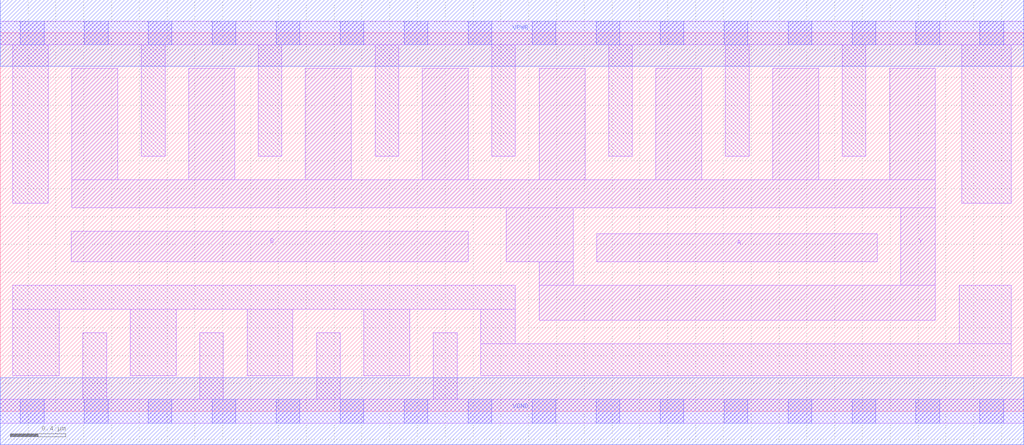
<source format=lef>
# Copyright 2020 The SkyWater PDK Authors
#
# Licensed under the Apache License, Version 2.0 (the "License");
# you may not use this file except in compliance with the License.
# You may obtain a copy of the License at
#
#     https://www.apache.org/licenses/LICENSE-2.0
#
# Unless required by applicable law or agreed to in writing, software
# distributed under the License is distributed on an "AS IS" BASIS,
# WITHOUT WARRANTIES OR CONDITIONS OF ANY KIND, either express or implied.
# See the License for the specific language governing permissions and
# limitations under the License.
#
# SPDX-License-Identifier: Apache-2.0

VERSION 5.7 ;
  NAMESCASESENSITIVE ON ;
  NOWIREEXTENSIONATPIN ON ;
  DIVIDERCHAR "/" ;
  BUSBITCHARS "[]" ;
UNITS
  DATABASE MICRONS 200 ;
END UNITS
MACRO sky130_fd_sc_hd__nand2_8
  CLASS CORE ;
  SOURCE USER ;
  FOREIGN sky130_fd_sc_hd__nand2_8 ;
  ORIGIN  0.000000  0.000000 ;
  SIZE  7.360000 BY  2.720000 ;
  SYMMETRY X Y R90 ;
  SITE unithd ;
  PIN A
    ANTENNAGATEAREA  1.980000 ;
    DIRECTION INPUT ;
    USE SIGNAL ;
    PORT
      LAYER li1 ;
        RECT 4.290000 1.075000 6.305000 1.275000 ;
    END
  END A
  PIN B
    ANTENNAGATEAREA  1.980000 ;
    DIRECTION INPUT ;
    USE SIGNAL ;
    PORT
      LAYER li1 ;
        RECT 0.510000 1.075000 3.365000 1.295000 ;
    END
  END B
  PIN Y
    ANTENNADIFFAREA  2.862000 ;
    DIRECTION OUTPUT ;
    USE SIGNAL ;
    PORT
      LAYER li1 ;
        RECT 0.515000 1.465000 6.725000 1.665000 ;
        RECT 0.515000 1.665000 0.845000 2.465000 ;
        RECT 1.355000 1.665000 1.685000 2.465000 ;
        RECT 2.195000 1.665000 2.525000 2.465000 ;
        RECT 3.035000 1.665000 3.365000 2.465000 ;
        RECT 3.640000 1.075000 4.120000 1.465000 ;
        RECT 3.875000 0.655000 6.725000 0.905000 ;
        RECT 3.875000 0.905000 4.120000 1.075000 ;
        RECT 3.875000 1.665000 4.205000 2.465000 ;
        RECT 4.715000 1.665000 5.045000 2.465000 ;
        RECT 5.555000 1.665000 5.885000 2.465000 ;
        RECT 6.395000 1.665000 6.725000 2.465000 ;
        RECT 6.475000 0.905000 6.725000 1.465000 ;
    END
  END Y
  PIN VGND
    DIRECTION INOUT ;
    SHAPE ABUTMENT ;
    USE GROUND ;
    PORT
      LAYER met1 ;
        RECT 0.000000 -0.240000 7.360000 0.240000 ;
    END
  END VGND
  PIN VPWR
    DIRECTION INOUT ;
    SHAPE ABUTMENT ;
    USE POWER ;
    PORT
      LAYER met1 ;
        RECT 0.000000 2.480000 7.360000 2.960000 ;
    END
  END VPWR
  OBS
    LAYER li1 ;
      RECT 0.000000 -0.085000 7.360000 0.085000 ;
      RECT 0.000000  2.635000 7.360000 2.805000 ;
      RECT 0.090000  0.255000 0.425000 0.735000 ;
      RECT 0.090000  0.735000 3.705000 0.905000 ;
      RECT 0.090000  1.495000 0.345000 2.635000 ;
      RECT 0.595000  0.085000 0.765000 0.565000 ;
      RECT 0.935000  0.255000 1.265000 0.735000 ;
      RECT 1.015000  1.835000 1.185000 2.635000 ;
      RECT 1.435000  0.085000 1.605000 0.565000 ;
      RECT 1.775000  0.255000 2.105000 0.735000 ;
      RECT 1.855000  1.835000 2.025000 2.635000 ;
      RECT 2.275000  0.085000 2.445000 0.565000 ;
      RECT 2.615000  0.255000 2.945000 0.735000 ;
      RECT 2.695000  1.835000 2.865000 2.635000 ;
      RECT 3.115000  0.085000 3.285000 0.565000 ;
      RECT 3.455000  0.255000 7.270000 0.485000 ;
      RECT 3.455000  0.485000 3.705000 0.735000 ;
      RECT 3.535000  1.835000 3.705000 2.635000 ;
      RECT 4.375000  1.835000 4.545000 2.635000 ;
      RECT 5.215000  1.835000 5.385000 2.635000 ;
      RECT 6.055000  1.835000 6.225000 2.635000 ;
      RECT 6.895000  0.485000 7.270000 0.905000 ;
      RECT 6.915000  1.495000 7.270000 2.635000 ;
    LAYER mcon ;
      RECT 0.145000 -0.085000 0.315000 0.085000 ;
      RECT 0.145000  2.635000 0.315000 2.805000 ;
      RECT 0.605000 -0.085000 0.775000 0.085000 ;
      RECT 0.605000  2.635000 0.775000 2.805000 ;
      RECT 1.065000 -0.085000 1.235000 0.085000 ;
      RECT 1.065000  2.635000 1.235000 2.805000 ;
      RECT 1.525000 -0.085000 1.695000 0.085000 ;
      RECT 1.525000  2.635000 1.695000 2.805000 ;
      RECT 1.985000 -0.085000 2.155000 0.085000 ;
      RECT 1.985000  2.635000 2.155000 2.805000 ;
      RECT 2.445000 -0.085000 2.615000 0.085000 ;
      RECT 2.445000  2.635000 2.615000 2.805000 ;
      RECT 2.905000 -0.085000 3.075000 0.085000 ;
      RECT 2.905000  2.635000 3.075000 2.805000 ;
      RECT 3.365000 -0.085000 3.535000 0.085000 ;
      RECT 3.365000  2.635000 3.535000 2.805000 ;
      RECT 3.825000 -0.085000 3.995000 0.085000 ;
      RECT 3.825000  2.635000 3.995000 2.805000 ;
      RECT 4.285000 -0.085000 4.455000 0.085000 ;
      RECT 4.285000  2.635000 4.455000 2.805000 ;
      RECT 4.745000 -0.085000 4.915000 0.085000 ;
      RECT 4.745000  2.635000 4.915000 2.805000 ;
      RECT 5.205000 -0.085000 5.375000 0.085000 ;
      RECT 5.205000  2.635000 5.375000 2.805000 ;
      RECT 5.665000 -0.085000 5.835000 0.085000 ;
      RECT 5.665000  2.635000 5.835000 2.805000 ;
      RECT 6.125000 -0.085000 6.295000 0.085000 ;
      RECT 6.125000  2.635000 6.295000 2.805000 ;
      RECT 6.585000 -0.085000 6.755000 0.085000 ;
      RECT 6.585000  2.635000 6.755000 2.805000 ;
      RECT 7.045000 -0.085000 7.215000 0.085000 ;
      RECT 7.045000  2.635000 7.215000 2.805000 ;
  END
END sky130_fd_sc_hd__nand2_8

</source>
